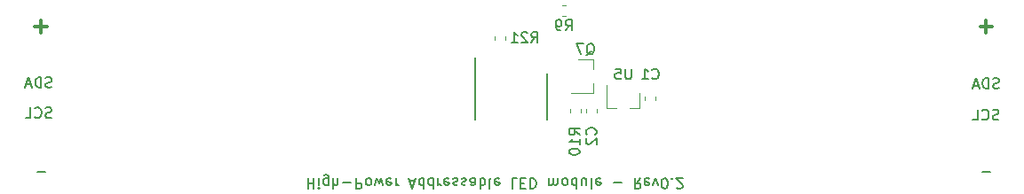
<source format=gbr>
G04 #@! TF.GenerationSoftware,KiCad,Pcbnew,(5.1.2)-2*
G04 #@! TF.CreationDate,2020-03-05T19:46:53-05:00*
G04 #@! TF.ProjectId,AddressableLED,41646472-6573-4736-9162-6c654c45442e,rev?*
G04 #@! TF.SameCoordinates,Original*
G04 #@! TF.FileFunction,Legend,Bot*
G04 #@! TF.FilePolarity,Positive*
%FSLAX46Y46*%
G04 Gerber Fmt 4.6, Leading zero omitted, Abs format (unit mm)*
G04 Created by KiCad (PCBNEW (5.1.2)-2) date 2020-03-05 19:46:53*
%MOMM*%
%LPD*%
G04 APERTURE LIST*
%ADD10C,0.150000*%
%ADD11C,0.300000*%
%ADD12C,0.120000*%
G04 APERTURE END LIST*
D10*
X95580952Y-116971428D02*
X94819047Y-116971428D01*
X96190476Y-111804761D02*
X96047619Y-111852380D01*
X95809523Y-111852380D01*
X95714285Y-111804761D01*
X95666666Y-111757142D01*
X95619047Y-111661904D01*
X95619047Y-111566666D01*
X95666666Y-111471428D01*
X95714285Y-111423809D01*
X95809523Y-111376190D01*
X96000000Y-111328571D01*
X96095238Y-111280952D01*
X96142857Y-111233333D01*
X96190476Y-111138095D01*
X96190476Y-111042857D01*
X96142857Y-110947619D01*
X96095238Y-110900000D01*
X96000000Y-110852380D01*
X95761904Y-110852380D01*
X95619047Y-110900000D01*
X94619047Y-111757142D02*
X94666666Y-111804761D01*
X94809523Y-111852380D01*
X94904761Y-111852380D01*
X95047619Y-111804761D01*
X95142857Y-111709523D01*
X95190476Y-111614285D01*
X95238095Y-111423809D01*
X95238095Y-111280952D01*
X95190476Y-111090476D01*
X95142857Y-110995238D01*
X95047619Y-110900000D01*
X94904761Y-110852380D01*
X94809523Y-110852380D01*
X94666666Y-110900000D01*
X94619047Y-110947619D01*
X93714285Y-111852380D02*
X94190476Y-111852380D01*
X94190476Y-110852380D01*
X96214285Y-108904761D02*
X96071428Y-108952380D01*
X95833333Y-108952380D01*
X95738095Y-108904761D01*
X95690476Y-108857142D01*
X95642857Y-108761904D01*
X95642857Y-108666666D01*
X95690476Y-108571428D01*
X95738095Y-108523809D01*
X95833333Y-108476190D01*
X96023809Y-108428571D01*
X96119047Y-108380952D01*
X96166666Y-108333333D01*
X96214285Y-108238095D01*
X96214285Y-108142857D01*
X96166666Y-108047619D01*
X96119047Y-108000000D01*
X96023809Y-107952380D01*
X95785714Y-107952380D01*
X95642857Y-108000000D01*
X95214285Y-108952380D02*
X95214285Y-107952380D01*
X94976190Y-107952380D01*
X94833333Y-108000000D01*
X94738095Y-108095238D01*
X94690476Y-108190476D01*
X94642857Y-108380952D01*
X94642857Y-108523809D01*
X94690476Y-108714285D01*
X94738095Y-108809523D01*
X94833333Y-108904761D01*
X94976190Y-108952380D01*
X95214285Y-108952380D01*
X94261904Y-108666666D02*
X93785714Y-108666666D01*
X94357142Y-108952380D02*
X94023809Y-107952380D01*
X93690476Y-108952380D01*
X185680952Y-116971428D02*
X184919047Y-116971428D01*
X186490476Y-112004761D02*
X186347619Y-112052380D01*
X186109523Y-112052380D01*
X186014285Y-112004761D01*
X185966666Y-111957142D01*
X185919047Y-111861904D01*
X185919047Y-111766666D01*
X185966666Y-111671428D01*
X186014285Y-111623809D01*
X186109523Y-111576190D01*
X186300000Y-111528571D01*
X186395238Y-111480952D01*
X186442857Y-111433333D01*
X186490476Y-111338095D01*
X186490476Y-111242857D01*
X186442857Y-111147619D01*
X186395238Y-111100000D01*
X186300000Y-111052380D01*
X186061904Y-111052380D01*
X185919047Y-111100000D01*
X184919047Y-111957142D02*
X184966666Y-112004761D01*
X185109523Y-112052380D01*
X185204761Y-112052380D01*
X185347619Y-112004761D01*
X185442857Y-111909523D01*
X185490476Y-111814285D01*
X185538095Y-111623809D01*
X185538095Y-111480952D01*
X185490476Y-111290476D01*
X185442857Y-111195238D01*
X185347619Y-111100000D01*
X185204761Y-111052380D01*
X185109523Y-111052380D01*
X184966666Y-111100000D01*
X184919047Y-111147619D01*
X184014285Y-112052380D02*
X184490476Y-112052380D01*
X184490476Y-111052380D01*
X186514285Y-109004761D02*
X186371428Y-109052380D01*
X186133333Y-109052380D01*
X186038095Y-109004761D01*
X185990476Y-108957142D01*
X185942857Y-108861904D01*
X185942857Y-108766666D01*
X185990476Y-108671428D01*
X186038095Y-108623809D01*
X186133333Y-108576190D01*
X186323809Y-108528571D01*
X186419047Y-108480952D01*
X186466666Y-108433333D01*
X186514285Y-108338095D01*
X186514285Y-108242857D01*
X186466666Y-108147619D01*
X186419047Y-108100000D01*
X186323809Y-108052380D01*
X186085714Y-108052380D01*
X185942857Y-108100000D01*
X185514285Y-109052380D02*
X185514285Y-108052380D01*
X185276190Y-108052380D01*
X185133333Y-108100000D01*
X185038095Y-108195238D01*
X184990476Y-108290476D01*
X184942857Y-108480952D01*
X184942857Y-108623809D01*
X184990476Y-108814285D01*
X185038095Y-108909523D01*
X185133333Y-109004761D01*
X185276190Y-109052380D01*
X185514285Y-109052380D01*
X184561904Y-108766666D02*
X184085714Y-108766666D01*
X184657142Y-109052380D02*
X184323809Y-108052380D01*
X183990476Y-109052380D01*
D11*
X184728571Y-103107142D02*
X185871428Y-103107142D01*
X185300000Y-103678571D02*
X185300000Y-102535714D01*
X94628571Y-103107142D02*
X95771428Y-103107142D01*
X95200000Y-103678571D02*
X95200000Y-102535714D01*
D10*
X120642566Y-117607019D02*
X120642566Y-118607019D01*
X120642566Y-118130828D02*
X121213995Y-118130828D01*
X121213995Y-117607019D02*
X121213995Y-118607019D01*
X121690185Y-117607019D02*
X121690185Y-118273685D01*
X121690185Y-118607019D02*
X121642566Y-118559400D01*
X121690185Y-118511780D01*
X121737804Y-118559400D01*
X121690185Y-118607019D01*
X121690185Y-118511780D01*
X122594947Y-118273685D02*
X122594947Y-117464161D01*
X122547328Y-117368923D01*
X122499709Y-117321304D01*
X122404471Y-117273685D01*
X122261614Y-117273685D01*
X122166376Y-117321304D01*
X122594947Y-117654638D02*
X122499709Y-117607019D01*
X122309233Y-117607019D01*
X122213995Y-117654638D01*
X122166376Y-117702257D01*
X122118757Y-117797495D01*
X122118757Y-118083209D01*
X122166376Y-118178447D01*
X122213995Y-118226066D01*
X122309233Y-118273685D01*
X122499709Y-118273685D01*
X122594947Y-118226066D01*
X123071138Y-117607019D02*
X123071138Y-118607019D01*
X123499709Y-117607019D02*
X123499709Y-118130828D01*
X123452090Y-118226066D01*
X123356852Y-118273685D01*
X123213995Y-118273685D01*
X123118757Y-118226066D01*
X123071138Y-118178447D01*
X123975900Y-117987971D02*
X124737804Y-117987971D01*
X125213995Y-117607019D02*
X125213995Y-118607019D01*
X125594947Y-118607019D01*
X125690185Y-118559400D01*
X125737804Y-118511780D01*
X125785423Y-118416542D01*
X125785423Y-118273685D01*
X125737804Y-118178447D01*
X125690185Y-118130828D01*
X125594947Y-118083209D01*
X125213995Y-118083209D01*
X126356852Y-117607019D02*
X126261614Y-117654638D01*
X126213995Y-117702257D01*
X126166376Y-117797495D01*
X126166376Y-118083209D01*
X126213995Y-118178447D01*
X126261614Y-118226066D01*
X126356852Y-118273685D01*
X126499709Y-118273685D01*
X126594947Y-118226066D01*
X126642566Y-118178447D01*
X126690185Y-118083209D01*
X126690185Y-117797495D01*
X126642566Y-117702257D01*
X126594947Y-117654638D01*
X126499709Y-117607019D01*
X126356852Y-117607019D01*
X127023519Y-118273685D02*
X127213995Y-117607019D01*
X127404471Y-118083209D01*
X127594947Y-117607019D01*
X127785423Y-118273685D01*
X128547328Y-117654638D02*
X128452090Y-117607019D01*
X128261614Y-117607019D01*
X128166376Y-117654638D01*
X128118757Y-117749876D01*
X128118757Y-118130828D01*
X128166376Y-118226066D01*
X128261614Y-118273685D01*
X128452090Y-118273685D01*
X128547328Y-118226066D01*
X128594947Y-118130828D01*
X128594947Y-118035590D01*
X128118757Y-117940352D01*
X129023519Y-117607019D02*
X129023519Y-118273685D01*
X129023519Y-118083209D02*
X129071138Y-118178447D01*
X129118757Y-118226066D01*
X129213995Y-118273685D01*
X129309233Y-118273685D01*
X130356852Y-117892733D02*
X130833042Y-117892733D01*
X130261614Y-117607019D02*
X130594947Y-118607019D01*
X130928280Y-117607019D01*
X131690185Y-117607019D02*
X131690185Y-118607019D01*
X131690185Y-117654638D02*
X131594947Y-117607019D01*
X131404471Y-117607019D01*
X131309233Y-117654638D01*
X131261614Y-117702257D01*
X131213995Y-117797495D01*
X131213995Y-118083209D01*
X131261614Y-118178447D01*
X131309233Y-118226066D01*
X131404471Y-118273685D01*
X131594947Y-118273685D01*
X131690185Y-118226066D01*
X132594947Y-117607019D02*
X132594947Y-118607019D01*
X132594947Y-117654638D02*
X132499709Y-117607019D01*
X132309233Y-117607019D01*
X132213995Y-117654638D01*
X132166376Y-117702257D01*
X132118757Y-117797495D01*
X132118757Y-118083209D01*
X132166376Y-118178447D01*
X132213995Y-118226066D01*
X132309233Y-118273685D01*
X132499709Y-118273685D01*
X132594947Y-118226066D01*
X133071138Y-117607019D02*
X133071138Y-118273685D01*
X133071138Y-118083209D02*
X133118757Y-118178447D01*
X133166376Y-118226066D01*
X133261614Y-118273685D01*
X133356852Y-118273685D01*
X134071138Y-117654638D02*
X133975900Y-117607019D01*
X133785423Y-117607019D01*
X133690185Y-117654638D01*
X133642566Y-117749876D01*
X133642566Y-118130828D01*
X133690185Y-118226066D01*
X133785423Y-118273685D01*
X133975900Y-118273685D01*
X134071138Y-118226066D01*
X134118757Y-118130828D01*
X134118757Y-118035590D01*
X133642566Y-117940352D01*
X134499709Y-117654638D02*
X134594947Y-117607019D01*
X134785423Y-117607019D01*
X134880661Y-117654638D01*
X134928280Y-117749876D01*
X134928280Y-117797495D01*
X134880661Y-117892733D01*
X134785423Y-117940352D01*
X134642566Y-117940352D01*
X134547328Y-117987971D01*
X134499709Y-118083209D01*
X134499709Y-118130828D01*
X134547328Y-118226066D01*
X134642566Y-118273685D01*
X134785423Y-118273685D01*
X134880661Y-118226066D01*
X135309233Y-117654638D02*
X135404471Y-117607019D01*
X135594947Y-117607019D01*
X135690185Y-117654638D01*
X135737804Y-117749876D01*
X135737804Y-117797495D01*
X135690185Y-117892733D01*
X135594947Y-117940352D01*
X135452090Y-117940352D01*
X135356852Y-117987971D01*
X135309233Y-118083209D01*
X135309233Y-118130828D01*
X135356852Y-118226066D01*
X135452090Y-118273685D01*
X135594947Y-118273685D01*
X135690185Y-118226066D01*
X136594947Y-117607019D02*
X136594947Y-118130828D01*
X136547328Y-118226066D01*
X136452090Y-118273685D01*
X136261614Y-118273685D01*
X136166376Y-118226066D01*
X136594947Y-117654638D02*
X136499709Y-117607019D01*
X136261614Y-117607019D01*
X136166376Y-117654638D01*
X136118757Y-117749876D01*
X136118757Y-117845114D01*
X136166376Y-117940352D01*
X136261614Y-117987971D01*
X136499709Y-117987971D01*
X136594947Y-118035590D01*
X137071138Y-117607019D02*
X137071138Y-118607019D01*
X137071138Y-118226066D02*
X137166376Y-118273685D01*
X137356852Y-118273685D01*
X137452090Y-118226066D01*
X137499709Y-118178447D01*
X137547328Y-118083209D01*
X137547328Y-117797495D01*
X137499709Y-117702257D01*
X137452090Y-117654638D01*
X137356852Y-117607019D01*
X137166376Y-117607019D01*
X137071138Y-117654638D01*
X138118757Y-117607019D02*
X138023519Y-117654638D01*
X137975900Y-117749876D01*
X137975900Y-118607019D01*
X138880661Y-117654638D02*
X138785423Y-117607019D01*
X138594947Y-117607019D01*
X138499709Y-117654638D01*
X138452090Y-117749876D01*
X138452090Y-118130828D01*
X138499709Y-118226066D01*
X138594947Y-118273685D01*
X138785423Y-118273685D01*
X138880661Y-118226066D01*
X138928280Y-118130828D01*
X138928280Y-118035590D01*
X138452090Y-117940352D01*
X140594947Y-117607019D02*
X140118757Y-117607019D01*
X140118757Y-118607019D01*
X140928280Y-118130828D02*
X141261614Y-118130828D01*
X141404471Y-117607019D02*
X140928280Y-117607019D01*
X140928280Y-118607019D01*
X141404471Y-118607019D01*
X141833042Y-117607019D02*
X141833042Y-118607019D01*
X142071138Y-118607019D01*
X142213995Y-118559400D01*
X142309233Y-118464161D01*
X142356852Y-118368923D01*
X142404471Y-118178447D01*
X142404471Y-118035590D01*
X142356852Y-117845114D01*
X142309233Y-117749876D01*
X142213995Y-117654638D01*
X142071138Y-117607019D01*
X141833042Y-117607019D01*
X143594947Y-117607019D02*
X143594947Y-118273685D01*
X143594947Y-118178447D02*
X143642566Y-118226066D01*
X143737804Y-118273685D01*
X143880661Y-118273685D01*
X143975900Y-118226066D01*
X144023519Y-118130828D01*
X144023519Y-117607019D01*
X144023519Y-118130828D02*
X144071138Y-118226066D01*
X144166376Y-118273685D01*
X144309233Y-118273685D01*
X144404471Y-118226066D01*
X144452090Y-118130828D01*
X144452090Y-117607019D01*
X145071138Y-117607019D02*
X144975900Y-117654638D01*
X144928280Y-117702257D01*
X144880661Y-117797495D01*
X144880661Y-118083209D01*
X144928280Y-118178447D01*
X144975900Y-118226066D01*
X145071138Y-118273685D01*
X145213995Y-118273685D01*
X145309233Y-118226066D01*
X145356852Y-118178447D01*
X145404471Y-118083209D01*
X145404471Y-117797495D01*
X145356852Y-117702257D01*
X145309233Y-117654638D01*
X145213995Y-117607019D01*
X145071138Y-117607019D01*
X146261614Y-117607019D02*
X146261614Y-118607019D01*
X146261614Y-117654638D02*
X146166376Y-117607019D01*
X145975900Y-117607019D01*
X145880661Y-117654638D01*
X145833042Y-117702257D01*
X145785423Y-117797495D01*
X145785423Y-118083209D01*
X145833042Y-118178447D01*
X145880661Y-118226066D01*
X145975900Y-118273685D01*
X146166376Y-118273685D01*
X146261614Y-118226066D01*
X147166376Y-118273685D02*
X147166376Y-117607019D01*
X146737804Y-118273685D02*
X146737804Y-117749876D01*
X146785423Y-117654638D01*
X146880661Y-117607019D01*
X147023519Y-117607019D01*
X147118757Y-117654638D01*
X147166376Y-117702257D01*
X147785423Y-117607019D02*
X147690185Y-117654638D01*
X147642566Y-117749876D01*
X147642566Y-118607019D01*
X148547328Y-117654638D02*
X148452090Y-117607019D01*
X148261614Y-117607019D01*
X148166376Y-117654638D01*
X148118757Y-117749876D01*
X148118757Y-118130828D01*
X148166376Y-118226066D01*
X148261614Y-118273685D01*
X148452090Y-118273685D01*
X148547328Y-118226066D01*
X148594947Y-118130828D01*
X148594947Y-118035590D01*
X148118757Y-117940352D01*
X149785423Y-117987971D02*
X150547328Y-117987971D01*
X152356852Y-117607019D02*
X152023519Y-118083209D01*
X151785423Y-117607019D02*
X151785423Y-118607019D01*
X152166376Y-118607019D01*
X152261614Y-118559400D01*
X152309233Y-118511780D01*
X152356852Y-118416542D01*
X152356852Y-118273685D01*
X152309233Y-118178447D01*
X152261614Y-118130828D01*
X152166376Y-118083209D01*
X151785423Y-118083209D01*
X153166376Y-117654638D02*
X153071138Y-117607019D01*
X152880661Y-117607019D01*
X152785423Y-117654638D01*
X152737804Y-117749876D01*
X152737804Y-118130828D01*
X152785423Y-118226066D01*
X152880661Y-118273685D01*
X153071138Y-118273685D01*
X153166376Y-118226066D01*
X153213995Y-118130828D01*
X153213995Y-118035590D01*
X152737804Y-117940352D01*
X153547328Y-118273685D02*
X153785423Y-117607019D01*
X154023519Y-118273685D01*
X154594947Y-118607019D02*
X154690185Y-118607019D01*
X154785423Y-118559400D01*
X154833042Y-118511780D01*
X154880661Y-118416542D01*
X154928280Y-118226066D01*
X154928280Y-117987971D01*
X154880661Y-117797495D01*
X154833042Y-117702257D01*
X154785423Y-117654638D01*
X154690185Y-117607019D01*
X154594947Y-117607019D01*
X154499709Y-117654638D01*
X154452090Y-117702257D01*
X154404471Y-117797495D01*
X154356852Y-117987971D01*
X154356852Y-118226066D01*
X154404471Y-118416542D01*
X154452090Y-118511780D01*
X154499709Y-118559400D01*
X154594947Y-118607019D01*
X155356852Y-117702257D02*
X155404471Y-117654638D01*
X155356852Y-117607019D01*
X155309233Y-117654638D01*
X155356852Y-117702257D01*
X155356852Y-117607019D01*
X155785423Y-118511780D02*
X155833042Y-118559400D01*
X155928280Y-118607019D01*
X156166376Y-118607019D01*
X156261614Y-118559400D01*
X156309233Y-118511780D01*
X156356852Y-118416542D01*
X156356852Y-118321304D01*
X156309233Y-118178447D01*
X155737804Y-117607019D01*
X156356852Y-117607019D01*
D12*
X138440000Y-104362779D02*
X138440000Y-104037221D01*
X139460000Y-104362779D02*
X139460000Y-104037221D01*
X144887221Y-101090000D02*
X145212779Y-101090000D01*
X144887221Y-102110000D02*
X145212779Y-102110000D01*
D10*
X136550000Y-106050000D02*
X136550000Y-112025000D01*
X143450000Y-107575000D02*
X143450000Y-112025000D01*
D12*
X146660000Y-110987221D02*
X146660000Y-111312779D01*
X145640000Y-110987221D02*
X145640000Y-111312779D01*
X147860000Y-106270000D02*
X146400000Y-106270000D01*
X147860000Y-109430000D02*
X145700000Y-109430000D01*
X147860000Y-109430000D02*
X147860000Y-108500000D01*
X147860000Y-106270000D02*
X147860000Y-107200000D01*
X152280000Y-110910000D02*
X152280000Y-109450000D01*
X149120000Y-110910000D02*
X149120000Y-108750000D01*
X149120000Y-110910000D02*
X150050000Y-110910000D01*
X152280000Y-110910000D02*
X151350000Y-110910000D01*
X148210000Y-110987221D02*
X148210000Y-111312779D01*
X147190000Y-110987221D02*
X147190000Y-111312779D01*
X153760000Y-109787221D02*
X153760000Y-110112779D01*
X152740000Y-109787221D02*
X152740000Y-110112779D01*
D10*
X141942857Y-104652380D02*
X142276190Y-104176190D01*
X142514285Y-104652380D02*
X142514285Y-103652380D01*
X142133333Y-103652380D01*
X142038095Y-103700000D01*
X141990476Y-103747619D01*
X141942857Y-103842857D01*
X141942857Y-103985714D01*
X141990476Y-104080952D01*
X142038095Y-104128571D01*
X142133333Y-104176190D01*
X142514285Y-104176190D01*
X141561904Y-103747619D02*
X141514285Y-103700000D01*
X141419047Y-103652380D01*
X141180952Y-103652380D01*
X141085714Y-103700000D01*
X141038095Y-103747619D01*
X140990476Y-103842857D01*
X140990476Y-103938095D01*
X141038095Y-104080952D01*
X141609523Y-104652380D01*
X140990476Y-104652380D01*
X140038095Y-104652380D02*
X140609523Y-104652380D01*
X140323809Y-104652380D02*
X140323809Y-103652380D01*
X140419047Y-103795238D01*
X140514285Y-103890476D01*
X140609523Y-103938095D01*
X145216666Y-103482380D02*
X145550000Y-103006190D01*
X145788095Y-103482380D02*
X145788095Y-102482380D01*
X145407142Y-102482380D01*
X145311904Y-102530000D01*
X145264285Y-102577619D01*
X145216666Y-102672857D01*
X145216666Y-102815714D01*
X145264285Y-102910952D01*
X145311904Y-102958571D01*
X145407142Y-103006190D01*
X145788095Y-103006190D01*
X144740476Y-103482380D02*
X144550000Y-103482380D01*
X144454761Y-103434761D01*
X144407142Y-103387142D01*
X144311904Y-103244285D01*
X144264285Y-103053809D01*
X144264285Y-102672857D01*
X144311904Y-102577619D01*
X144359523Y-102530000D01*
X144454761Y-102482380D01*
X144645238Y-102482380D01*
X144740476Y-102530000D01*
X144788095Y-102577619D01*
X144835714Y-102672857D01*
X144835714Y-102910952D01*
X144788095Y-103006190D01*
X144740476Y-103053809D01*
X144645238Y-103101428D01*
X144454761Y-103101428D01*
X144359523Y-103053809D01*
X144311904Y-103006190D01*
X144264285Y-102910952D01*
X146552380Y-113457142D02*
X146076190Y-113123809D01*
X146552380Y-112885714D02*
X145552380Y-112885714D01*
X145552380Y-113266666D01*
X145600000Y-113361904D01*
X145647619Y-113409523D01*
X145742857Y-113457142D01*
X145885714Y-113457142D01*
X145980952Y-113409523D01*
X146028571Y-113361904D01*
X146076190Y-113266666D01*
X146076190Y-112885714D01*
X146552380Y-114409523D02*
X146552380Y-113838095D01*
X146552380Y-114123809D02*
X145552380Y-114123809D01*
X145695238Y-114028571D01*
X145790476Y-113933333D01*
X145838095Y-113838095D01*
X145552380Y-115028571D02*
X145552380Y-115123809D01*
X145600000Y-115219047D01*
X145647619Y-115266666D01*
X145742857Y-115314285D01*
X145933333Y-115361904D01*
X146171428Y-115361904D01*
X146361904Y-115314285D01*
X146457142Y-115266666D01*
X146504761Y-115219047D01*
X146552380Y-115123809D01*
X146552380Y-115028571D01*
X146504761Y-114933333D01*
X146457142Y-114885714D01*
X146361904Y-114838095D01*
X146171428Y-114790476D01*
X145933333Y-114790476D01*
X145742857Y-114838095D01*
X145647619Y-114885714D01*
X145600000Y-114933333D01*
X145552380Y-115028571D01*
X147195238Y-105847619D02*
X147290476Y-105800000D01*
X147385714Y-105704761D01*
X147528571Y-105561904D01*
X147623809Y-105514285D01*
X147719047Y-105514285D01*
X147671428Y-105752380D02*
X147766666Y-105704761D01*
X147861904Y-105609523D01*
X147909523Y-105419047D01*
X147909523Y-105085714D01*
X147861904Y-104895238D01*
X147766666Y-104800000D01*
X147671428Y-104752380D01*
X147480952Y-104752380D01*
X147385714Y-104800000D01*
X147290476Y-104895238D01*
X147242857Y-105085714D01*
X147242857Y-105419047D01*
X147290476Y-105609523D01*
X147385714Y-105704761D01*
X147480952Y-105752380D01*
X147671428Y-105752380D01*
X146909523Y-104752380D02*
X146242857Y-104752380D01*
X146671428Y-105752380D01*
X151487304Y-107152380D02*
X151487304Y-107961904D01*
X151439685Y-108057142D01*
X151392066Y-108104761D01*
X151296828Y-108152380D01*
X151106352Y-108152380D01*
X151011114Y-108104761D01*
X150963495Y-108057142D01*
X150915876Y-107961904D01*
X150915876Y-107152380D01*
X149963495Y-107152380D02*
X150439685Y-107152380D01*
X150487304Y-107628571D01*
X150439685Y-107580952D01*
X150344447Y-107533333D01*
X150106352Y-107533333D01*
X150011114Y-107580952D01*
X149963495Y-107628571D01*
X149915876Y-107723809D01*
X149915876Y-107961904D01*
X149963495Y-108057142D01*
X150011114Y-108104761D01*
X150106352Y-108152380D01*
X150344447Y-108152380D01*
X150439685Y-108104761D01*
X150487304Y-108057142D01*
X148057142Y-113433333D02*
X148104761Y-113385714D01*
X148152380Y-113242857D01*
X148152380Y-113147619D01*
X148104761Y-113004761D01*
X148009523Y-112909523D01*
X147914285Y-112861904D01*
X147723809Y-112814285D01*
X147580952Y-112814285D01*
X147390476Y-112861904D01*
X147295238Y-112909523D01*
X147200000Y-113004761D01*
X147152380Y-113147619D01*
X147152380Y-113242857D01*
X147200000Y-113385714D01*
X147247619Y-113433333D01*
X147247619Y-113814285D02*
X147200000Y-113861904D01*
X147152380Y-113957142D01*
X147152380Y-114195238D01*
X147200000Y-114290476D01*
X147247619Y-114338095D01*
X147342857Y-114385714D01*
X147438095Y-114385714D01*
X147580952Y-114338095D01*
X148152380Y-113766666D01*
X148152380Y-114385714D01*
X153466666Y-108057142D02*
X153514285Y-108104761D01*
X153657142Y-108152380D01*
X153752380Y-108152380D01*
X153895238Y-108104761D01*
X153990476Y-108009523D01*
X154038095Y-107914285D01*
X154085714Y-107723809D01*
X154085714Y-107580952D01*
X154038095Y-107390476D01*
X153990476Y-107295238D01*
X153895238Y-107200000D01*
X153752380Y-107152380D01*
X153657142Y-107152380D01*
X153514285Y-107200000D01*
X153466666Y-107247619D01*
X152514285Y-108152380D02*
X153085714Y-108152380D01*
X152800000Y-108152380D02*
X152800000Y-107152380D01*
X152895238Y-107295238D01*
X152990476Y-107390476D01*
X153085714Y-107438095D01*
M02*

</source>
